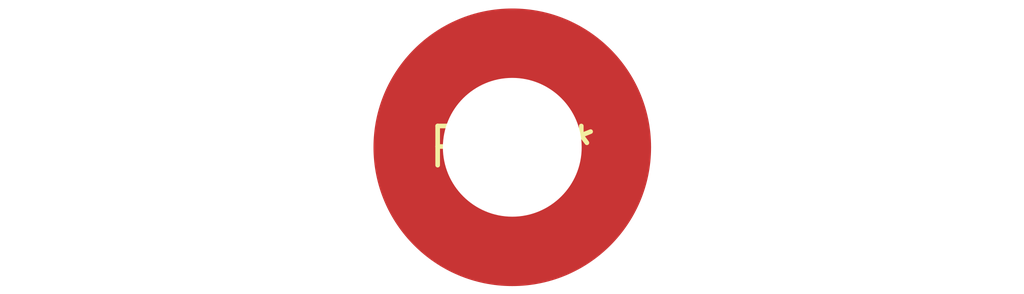
<source format=kicad_pcb>
(kicad_pcb (version 20240108) (generator pcbnew)
  (layers (0 "F.Cu" signal) (31 "B.Cu" signal) (34 "B.Paste" user) (35 "F.Paste" user) (36 "B.SilkS" user "B.Silkscreen") (37 "F.SilkS" user "F.Silkscreen") (38 "B.Mask" user) (39 "F.Mask" user) (44 "Edge.Cuts" user))
  (net 0 "")
  (footprint "MountingHole_4.5mm_Pad_TopOnly" (layer "F.Cu") (at 0 0)
    (property "Reference" "REF**")
    (property "Value" "MountingHole_4.5mm_Pad_TopOnly")
    (pad "1" thru_hole circle (at 0 0) (size 4.9 4.9) (drill 4.5) (layers *.Cu *.Mask) (remove_unused_layers))
    (pad "1" connect circle (at 0 0) (size 9 9) (layers "F.Cu" "F.Mask"))
  )
)
</source>
